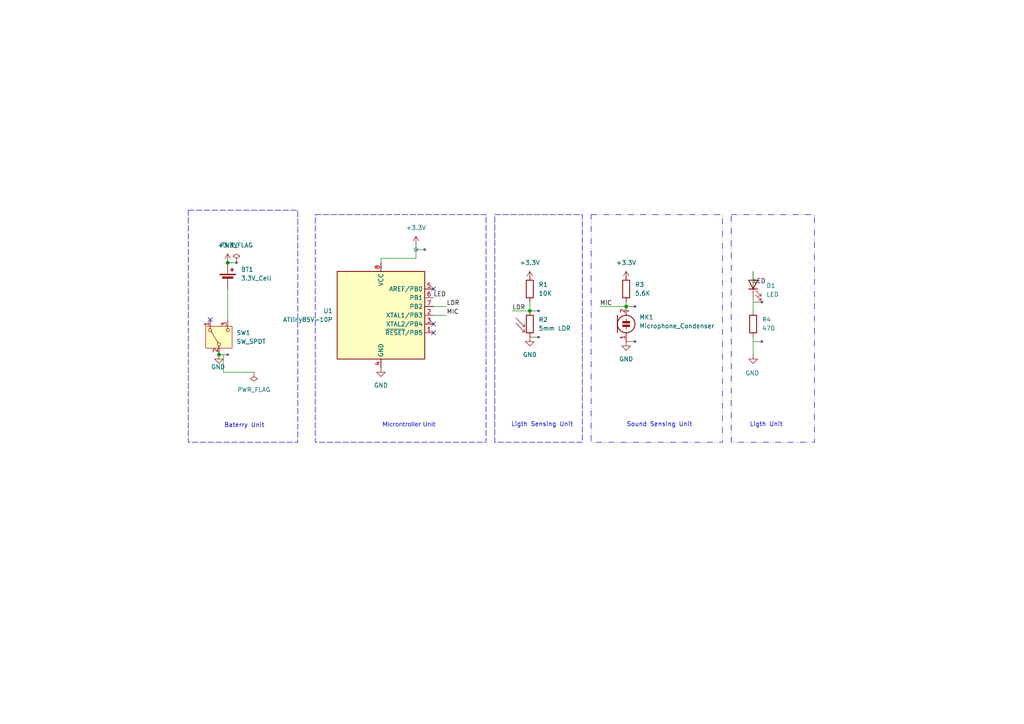
<source format=kicad_sch>
(kicad_sch
	(version 20231120)
	(generator "eeschema")
	(generator_version "8.0")
	(uuid "ec5974ff-0734-4c95-8dfc-5eb80c4309a2")
	(paper "A4")
	(title_block
		(title "titli0120")
		(date "2024-10-05")
		(rev "sestym")
	)
	(lib_symbols
		(symbol "Device:Battery_Cell"
			(pin_numbers hide)
			(pin_names
				(offset 0) hide)
			(exclude_from_sim no)
			(in_bom yes)
			(on_board yes)
			(property "Reference" "BT"
				(at 2.54 2.54 0)
				(effects
					(font
						(size 1.27 1.27)
					)
					(justify left)
				)
			)
			(property "Value" "Battery_Cell"
				(at 2.54 0 0)
				(effects
					(font
						(size 1.27 1.27)
					)
					(justify left)
				)
			)
			(property "Footprint" ""
				(at 0 1.524 90)
				(effects
					(font
						(size 1.27 1.27)
					)
					(hide yes)
				)
			)
			(property "Datasheet" "~"
				(at 0 1.524 90)
				(effects
					(font
						(size 1.27 1.27)
					)
					(hide yes)
				)
			)
			(property "Description" "Single-cell battery"
				(at 0 0 0)
				(effects
					(font
						(size 1.27 1.27)
					)
					(hide yes)
				)
			)
			(property "ki_keywords" "battery cell"
				(at 0 0 0)
				(effects
					(font
						(size 1.27 1.27)
					)
					(hide yes)
				)
			)
			(symbol "Battery_Cell_0_1"
				(rectangle
					(start -2.286 1.778)
					(end 2.286 1.524)
					(stroke
						(width 0)
						(type default)
					)
					(fill
						(type outline)
					)
				)
				(rectangle
					(start -1.524 1.016)
					(end 1.524 0.508)
					(stroke
						(width 0)
						(type default)
					)
					(fill
						(type outline)
					)
				)
				(polyline
					(pts
						(xy 0 0.762) (xy 0 0)
					)
					(stroke
						(width 0)
						(type default)
					)
					(fill
						(type none)
					)
				)
				(polyline
					(pts
						(xy 0 1.778) (xy 0 2.54)
					)
					(stroke
						(width 0)
						(type default)
					)
					(fill
						(type none)
					)
				)
				(polyline
					(pts
						(xy 0.762 3.048) (xy 1.778 3.048)
					)
					(stroke
						(width 0.254)
						(type default)
					)
					(fill
						(type none)
					)
				)
				(polyline
					(pts
						(xy 1.27 3.556) (xy 1.27 2.54)
					)
					(stroke
						(width 0.254)
						(type default)
					)
					(fill
						(type none)
					)
				)
			)
			(symbol "Battery_Cell_1_1"
				(pin passive line
					(at 0 5.08 270)
					(length 2.54)
					(name "+"
						(effects
							(font
								(size 1.27 1.27)
							)
						)
					)
					(number "1"
						(effects
							(font
								(size 1.27 1.27)
							)
						)
					)
				)
				(pin passive line
					(at 0 -2.54 90)
					(length 2.54)
					(name "-"
						(effects
							(font
								(size 1.27 1.27)
							)
						)
					)
					(number "2"
						(effects
							(font
								(size 1.27 1.27)
							)
						)
					)
				)
			)
		)
		(symbol "Device:LED"
			(pin_numbers hide)
			(pin_names
				(offset 1.016) hide)
			(exclude_from_sim no)
			(in_bom yes)
			(on_board yes)
			(property "Reference" "D"
				(at 0 2.54 0)
				(effects
					(font
						(size 1.27 1.27)
					)
				)
			)
			(property "Value" "LED"
				(at 0 -2.54 0)
				(effects
					(font
						(size 1.27 1.27)
					)
				)
			)
			(property "Footprint" ""
				(at 0 0 0)
				(effects
					(font
						(size 1.27 1.27)
					)
					(hide yes)
				)
			)
			(property "Datasheet" "~"
				(at 0 0 0)
				(effects
					(font
						(size 1.27 1.27)
					)
					(hide yes)
				)
			)
			(property "Description" "Light emitting diode"
				(at 0 0 0)
				(effects
					(font
						(size 1.27 1.27)
					)
					(hide yes)
				)
			)
			(property "ki_keywords" "LED diode"
				(at 0 0 0)
				(effects
					(font
						(size 1.27 1.27)
					)
					(hide yes)
				)
			)
			(property "ki_fp_filters" "LED* LED_SMD:* LED_THT:*"
				(at 0 0 0)
				(effects
					(font
						(size 1.27 1.27)
					)
					(hide yes)
				)
			)
			(symbol "LED_0_1"
				(polyline
					(pts
						(xy -1.27 -1.27) (xy -1.27 1.27)
					)
					(stroke
						(width 0.254)
						(type default)
					)
					(fill
						(type none)
					)
				)
				(polyline
					(pts
						(xy -1.27 0) (xy 1.27 0)
					)
					(stroke
						(width 0)
						(type default)
					)
					(fill
						(type none)
					)
				)
				(polyline
					(pts
						(xy 1.27 -1.27) (xy 1.27 1.27) (xy -1.27 0) (xy 1.27 -1.27)
					)
					(stroke
						(width 0.254)
						(type default)
					)
					(fill
						(type none)
					)
				)
				(polyline
					(pts
						(xy -3.048 -0.762) (xy -4.572 -2.286) (xy -3.81 -2.286) (xy -4.572 -2.286) (xy -4.572 -1.524)
					)
					(stroke
						(width 0)
						(type default)
					)
					(fill
						(type none)
					)
				)
				(polyline
					(pts
						(xy -1.778 -0.762) (xy -3.302 -2.286) (xy -2.54 -2.286) (xy -3.302 -2.286) (xy -3.302 -1.524)
					)
					(stroke
						(width 0)
						(type default)
					)
					(fill
						(type none)
					)
				)
			)
			(symbol "LED_1_1"
				(pin passive line
					(at -3.81 0 0)
					(length 2.54)
					(name "K"
						(effects
							(font
								(size 1.27 1.27)
							)
						)
					)
					(number "1"
						(effects
							(font
								(size 1.27 1.27)
							)
						)
					)
				)
				(pin passive line
					(at 3.81 0 180)
					(length 2.54)
					(name "A"
						(effects
							(font
								(size 1.27 1.27)
							)
						)
					)
					(number "2"
						(effects
							(font
								(size 1.27 1.27)
							)
						)
					)
				)
			)
		)
		(symbol "Device:Microphone_Condenser"
			(pin_names
				(offset 0.0254) hide)
			(exclude_from_sim no)
			(in_bom yes)
			(on_board yes)
			(property "Reference" "MK"
				(at -3.302 1.27 0)
				(effects
					(font
						(size 1.27 1.27)
					)
					(justify right)
				)
			)
			(property "Value" "Microphone_Condenser"
				(at -3.302 -0.635 0)
				(effects
					(font
						(size 1.27 1.27)
					)
					(justify right)
				)
			)
			(property "Footprint" ""
				(at 0 2.54 90)
				(effects
					(font
						(size 1.27 1.27)
					)
					(hide yes)
				)
			)
			(property "Datasheet" "~"
				(at 0 2.54 90)
				(effects
					(font
						(size 1.27 1.27)
					)
					(hide yes)
				)
			)
			(property "Description" "Condenser microphone"
				(at 0 0 0)
				(effects
					(font
						(size 1.27 1.27)
					)
					(hide yes)
				)
			)
			(property "ki_keywords" "capacitance condenser microphone"
				(at 0 0 0)
				(effects
					(font
						(size 1.27 1.27)
					)
					(hide yes)
				)
			)
			(symbol "Microphone_Condenser_0_1"
				(polyline
					(pts
						(xy -2.54 2.54) (xy -2.54 -2.54)
					)
					(stroke
						(width 0.254)
						(type default)
					)
					(fill
						(type none)
					)
				)
				(polyline
					(pts
						(xy 0 -0.762) (xy 0 -1.524)
					)
					(stroke
						(width 0)
						(type default)
					)
					(fill
						(type none)
					)
				)
				(polyline
					(pts
						(xy 0 0.762) (xy 0 1.524)
					)
					(stroke
						(width 0)
						(type default)
					)
					(fill
						(type none)
					)
				)
				(polyline
					(pts
						(xy 0.254 3.81) (xy 0.762 3.81)
					)
					(stroke
						(width 0)
						(type default)
					)
					(fill
						(type none)
					)
				)
				(polyline
					(pts
						(xy 0.508 4.064) (xy 0.508 3.556)
					)
					(stroke
						(width 0)
						(type default)
					)
					(fill
						(type none)
					)
				)
				(circle
					(center 0 0)
					(radius 2.54)
					(stroke
						(width 0.254)
						(type default)
					)
					(fill
						(type none)
					)
				)
				(rectangle
					(start 1.016 -0.254)
					(end -1.016 -0.762)
					(stroke
						(width 0)
						(type default)
					)
					(fill
						(type outline)
					)
				)
				(rectangle
					(start 1.016 0.762)
					(end -1.016 0.254)
					(stroke
						(width 0)
						(type default)
					)
					(fill
						(type outline)
					)
				)
			)
			(symbol "Microphone_Condenser_1_1"
				(pin passive line
					(at 0 -5.08 90)
					(length 2.54)
					(name "-"
						(effects
							(font
								(size 1.27 1.27)
							)
						)
					)
					(number "1"
						(effects
							(font
								(size 1.27 1.27)
							)
						)
					)
				)
				(pin passive line
					(at 0 5.08 270)
					(length 2.54)
					(name "+"
						(effects
							(font
								(size 1.27 1.27)
							)
						)
					)
					(number "2"
						(effects
							(font
								(size 1.27 1.27)
							)
						)
					)
				)
			)
		)
		(symbol "Device:R"
			(pin_numbers hide)
			(pin_names
				(offset 0)
			)
			(exclude_from_sim no)
			(in_bom yes)
			(on_board yes)
			(property "Reference" "R"
				(at 2.032 0 90)
				(effects
					(font
						(size 1.27 1.27)
					)
				)
			)
			(property "Value" "R"
				(at 0 0 90)
				(effects
					(font
						(size 1.27 1.27)
					)
				)
			)
			(property "Footprint" ""
				(at -1.778 0 90)
				(effects
					(font
						(size 1.27 1.27)
					)
					(hide yes)
				)
			)
			(property "Datasheet" "~"
				(at 0 0 0)
				(effects
					(font
						(size 1.27 1.27)
					)
					(hide yes)
				)
			)
			(property "Description" "Resistor"
				(at 0 0 0)
				(effects
					(font
						(size 1.27 1.27)
					)
					(hide yes)
				)
			)
			(property "ki_keywords" "R res resistor"
				(at 0 0 0)
				(effects
					(font
						(size 1.27 1.27)
					)
					(hide yes)
				)
			)
			(property "ki_fp_filters" "R_*"
				(at 0 0 0)
				(effects
					(font
						(size 1.27 1.27)
					)
					(hide yes)
				)
			)
			(symbol "R_0_1"
				(rectangle
					(start -1.016 -2.54)
					(end 1.016 2.54)
					(stroke
						(width 0.254)
						(type default)
					)
					(fill
						(type none)
					)
				)
			)
			(symbol "R_1_1"
				(pin passive line
					(at 0 3.81 270)
					(length 1.27)
					(name "~"
						(effects
							(font
								(size 1.27 1.27)
							)
						)
					)
					(number "1"
						(effects
							(font
								(size 1.27 1.27)
							)
						)
					)
				)
				(pin passive line
					(at 0 -3.81 90)
					(length 1.27)
					(name "~"
						(effects
							(font
								(size 1.27 1.27)
							)
						)
					)
					(number "2"
						(effects
							(font
								(size 1.27 1.27)
							)
						)
					)
				)
			)
		)
		(symbol "MCU_Microchip_ATtiny:ATtiny85V-10P"
			(exclude_from_sim no)
			(in_bom yes)
			(on_board yes)
			(property "Reference" "U"
				(at -12.7 13.97 0)
				(effects
					(font
						(size 1.27 1.27)
					)
					(justify left bottom)
				)
			)
			(property "Value" "ATtiny85V-10P"
				(at 2.54 -13.97 0)
				(effects
					(font
						(size 1.27 1.27)
					)
					(justify left top)
				)
			)
			(property "Footprint" "Package_DIP:DIP-8_W7.62mm"
				(at 0 0 0)
				(effects
					(font
						(size 1.27 1.27)
						(italic yes)
					)
					(hide yes)
				)
			)
			(property "Datasheet" "http://ww1.microchip.com/downloads/en/DeviceDoc/atmel-2586-avr-8-bit-microcontroller-attiny25-attiny45-attiny85_datasheet.pdf"
				(at 0 0 0)
				(effects
					(font
						(size 1.27 1.27)
					)
					(hide yes)
				)
			)
			(property "Description" "10MHz, 8kB Flash, 512B SRAM, 512B EEPROM, debugWIRE, DIP-8"
				(at 0 0 0)
				(effects
					(font
						(size 1.27 1.27)
					)
					(hide yes)
				)
			)
			(property "ki_keywords" "AVR 8bit Microcontroller tinyAVR"
				(at 0 0 0)
				(effects
					(font
						(size 1.27 1.27)
					)
					(hide yes)
				)
			)
			(property "ki_fp_filters" "DIP*W7.62mm*"
				(at 0 0 0)
				(effects
					(font
						(size 1.27 1.27)
					)
					(hide yes)
				)
			)
			(symbol "ATtiny85V-10P_0_1"
				(rectangle
					(start -12.7 -12.7)
					(end 12.7 12.7)
					(stroke
						(width 0.254)
						(type default)
					)
					(fill
						(type background)
					)
				)
			)
			(symbol "ATtiny85V-10P_1_1"
				(pin bidirectional line
					(at 15.24 -5.08 180)
					(length 2.54)
					(name "~{RESET}/PB5"
						(effects
							(font
								(size 1.27 1.27)
							)
						)
					)
					(number "1"
						(effects
							(font
								(size 1.27 1.27)
							)
						)
					)
				)
				(pin bidirectional line
					(at 15.24 0 180)
					(length 2.54)
					(name "XTAL1/PB3"
						(effects
							(font
								(size 1.27 1.27)
							)
						)
					)
					(number "2"
						(effects
							(font
								(size 1.27 1.27)
							)
						)
					)
				)
				(pin bidirectional line
					(at 15.24 -2.54 180)
					(length 2.54)
					(name "XTAL2/PB4"
						(effects
							(font
								(size 1.27 1.27)
							)
						)
					)
					(number "3"
						(effects
							(font
								(size 1.27 1.27)
							)
						)
					)
				)
				(pin power_in line
					(at 0 -15.24 90)
					(length 2.54)
					(name "GND"
						(effects
							(font
								(size 1.27 1.27)
							)
						)
					)
					(number "4"
						(effects
							(font
								(size 1.27 1.27)
							)
						)
					)
				)
				(pin bidirectional line
					(at 15.24 7.62 180)
					(length 2.54)
					(name "AREF/PB0"
						(effects
							(font
								(size 1.27 1.27)
							)
						)
					)
					(number "5"
						(effects
							(font
								(size 1.27 1.27)
							)
						)
					)
				)
				(pin bidirectional line
					(at 15.24 5.08 180)
					(length 2.54)
					(name "PB1"
						(effects
							(font
								(size 1.27 1.27)
							)
						)
					)
					(number "6"
						(effects
							(font
								(size 1.27 1.27)
							)
						)
					)
				)
				(pin bidirectional line
					(at 15.24 2.54 180)
					(length 2.54)
					(name "PB2"
						(effects
							(font
								(size 1.27 1.27)
							)
						)
					)
					(number "7"
						(effects
							(font
								(size 1.27 1.27)
							)
						)
					)
				)
				(pin power_in line
					(at 0 15.24 270)
					(length 2.54)
					(name "VCC"
						(effects
							(font
								(size 1.27 1.27)
							)
						)
					)
					(number "8"
						(effects
							(font
								(size 1.27 1.27)
							)
						)
					)
				)
			)
		)
		(symbol "Sensor_Optical:LDR03"
			(pin_numbers hide)
			(pin_names
				(offset 0)
			)
			(exclude_from_sim no)
			(in_bom yes)
			(on_board yes)
			(property "Reference" "R"
				(at -5.08 0 90)
				(effects
					(font
						(size 1.27 1.27)
					)
				)
			)
			(property "Value" "LDR03"
				(at 1.905 0 90)
				(effects
					(font
						(size 1.27 1.27)
					)
					(justify top)
				)
			)
			(property "Footprint" "OptoDevice:R_LDR_10x8.5mm_P7.6mm_Vertical"
				(at 4.445 0 90)
				(effects
					(font
						(size 1.27 1.27)
					)
					(hide yes)
				)
			)
			(property "Datasheet" "http://www.elektronica-componenten.nl/WebRoot/StoreNL/Shops/61422969/54F1/BA0C/C664/31B9/2173/C0A8/2AB9/2AEF/LDR03IMP.pdf"
				(at 0 -1.27 0)
				(effects
					(font
						(size 1.27 1.27)
					)
					(hide yes)
				)
			)
			(property "Description" "light dependent resistor"
				(at 0 0 0)
				(effects
					(font
						(size 1.27 1.27)
					)
					(hide yes)
				)
			)
			(property "ki_keywords" "light dependent photo resistor LDR"
				(at 0 0 0)
				(effects
					(font
						(size 1.27 1.27)
					)
					(hide yes)
				)
			)
			(property "ki_fp_filters" "R*LDR*10x8.5mm*P7.6mm*"
				(at 0 0 0)
				(effects
					(font
						(size 1.27 1.27)
					)
					(hide yes)
				)
			)
			(symbol "LDR03_0_1"
				(rectangle
					(start -1.016 2.54)
					(end 1.016 -2.54)
					(stroke
						(width 0.254)
						(type default)
					)
					(fill
						(type none)
					)
				)
				(polyline
					(pts
						(xy -1.524 -2.286) (xy -4.064 0.254)
					)
					(stroke
						(width 0)
						(type default)
					)
					(fill
						(type none)
					)
				)
				(polyline
					(pts
						(xy -1.524 -2.286) (xy -2.286 -2.286)
					)
					(stroke
						(width 0)
						(type default)
					)
					(fill
						(type none)
					)
				)
				(polyline
					(pts
						(xy -1.524 -2.286) (xy -1.524 -1.524)
					)
					(stroke
						(width 0)
						(type default)
					)
					(fill
						(type none)
					)
				)
				(polyline
					(pts
						(xy -1.524 -0.762) (xy -4.064 1.778)
					)
					(stroke
						(width 0)
						(type default)
					)
					(fill
						(type none)
					)
				)
				(polyline
					(pts
						(xy -1.524 -0.762) (xy -2.286 -0.762)
					)
					(stroke
						(width 0)
						(type default)
					)
					(fill
						(type none)
					)
				)
				(polyline
					(pts
						(xy -1.524 -0.762) (xy -1.524 0)
					)
					(stroke
						(width 0)
						(type default)
					)
					(fill
						(type none)
					)
				)
			)
			(symbol "LDR03_1_1"
				(pin passive line
					(at 0 3.81 270)
					(length 1.27)
					(name "~"
						(effects
							(font
								(size 1.27 1.27)
							)
						)
					)
					(number "1"
						(effects
							(font
								(size 1.27 1.27)
							)
						)
					)
				)
				(pin passive line
					(at 0 -3.81 90)
					(length 1.27)
					(name "~"
						(effects
							(font
								(size 1.27 1.27)
							)
						)
					)
					(number "2"
						(effects
							(font
								(size 1.27 1.27)
							)
						)
					)
				)
			)
		)
		(symbol "Switch:SW_SPDT"
			(pin_names
				(offset 0) hide)
			(exclude_from_sim no)
			(in_bom yes)
			(on_board yes)
			(property "Reference" "SW"
				(at 0 5.08 0)
				(effects
					(font
						(size 1.27 1.27)
					)
				)
			)
			(property "Value" "SW_SPDT"
				(at 0 -5.08 0)
				(effects
					(font
						(size 1.27 1.27)
					)
				)
			)
			(property "Footprint" ""
				(at 0 0 0)
				(effects
					(font
						(size 1.27 1.27)
					)
					(hide yes)
				)
			)
			(property "Datasheet" "~"
				(at 0 -7.62 0)
				(effects
					(font
						(size 1.27 1.27)
					)
					(hide yes)
				)
			)
			(property "Description" "Switch, single pole double throw"
				(at 0 0 0)
				(effects
					(font
						(size 1.27 1.27)
					)
					(hide yes)
				)
			)
			(property "ki_keywords" "switch single-pole double-throw spdt ON-ON"
				(at 0 0 0)
				(effects
					(font
						(size 1.27 1.27)
					)
					(hide yes)
				)
			)
			(symbol "SW_SPDT_0_1"
				(circle
					(center -2.032 0)
					(radius 0.4572)
					(stroke
						(width 0)
						(type default)
					)
					(fill
						(type none)
					)
				)
				(polyline
					(pts
						(xy -1.651 0.254) (xy 1.651 2.286)
					)
					(stroke
						(width 0)
						(type default)
					)
					(fill
						(type none)
					)
				)
				(circle
					(center 2.032 -2.54)
					(radius 0.4572)
					(stroke
						(width 0)
						(type default)
					)
					(fill
						(type none)
					)
				)
				(circle
					(center 2.032 2.54)
					(radius 0.4572)
					(stroke
						(width 0)
						(type default)
					)
					(fill
						(type none)
					)
				)
			)
			(symbol "SW_SPDT_1_1"
				(rectangle
					(start -3.175 3.81)
					(end 3.175 -3.81)
					(stroke
						(width 0)
						(type default)
					)
					(fill
						(type background)
					)
				)
				(pin passive line
					(at 5.08 2.54 180)
					(length 2.54)
					(name "A"
						(effects
							(font
								(size 1.27 1.27)
							)
						)
					)
					(number "1"
						(effects
							(font
								(size 1.27 1.27)
							)
						)
					)
				)
				(pin passive line
					(at -5.08 0 0)
					(length 2.54)
					(name "B"
						(effects
							(font
								(size 1.27 1.27)
							)
						)
					)
					(number "2"
						(effects
							(font
								(size 1.27 1.27)
							)
						)
					)
				)
				(pin passive line
					(at 5.08 -2.54 180)
					(length 2.54)
					(name "C"
						(effects
							(font
								(size 1.27 1.27)
							)
						)
					)
					(number "3"
						(effects
							(font
								(size 1.27 1.27)
							)
						)
					)
				)
			)
		)
		(symbol "power:+3.3V"
			(power)
			(pin_numbers hide)
			(pin_names
				(offset 0) hide)
			(exclude_from_sim no)
			(in_bom yes)
			(on_board yes)
			(property "Reference" "#PWR"
				(at 0 -3.81 0)
				(effects
					(font
						(size 1.27 1.27)
					)
					(hide yes)
				)
			)
			(property "Value" "+3.3V"
				(at 0 3.556 0)
				(effects
					(font
						(size 1.27 1.27)
					)
				)
			)
			(property "Footprint" ""
				(at 0 0 0)
				(effects
					(font
						(size 1.27 1.27)
					)
					(hide yes)
				)
			)
			(property "Datasheet" ""
				(at 0 0 0)
				(effects
					(font
						(size 1.27 1.27)
					)
					(hide yes)
				)
			)
			(property "Description" "Power symbol creates a global label with name \"+3.3V\""
				(at 0 0 0)
				(effects
					(font
						(size 1.27 1.27)
					)
					(hide yes)
				)
			)
			(property "ki_keywords" "global power"
				(at 0 0 0)
				(effects
					(font
						(size 1.27 1.27)
					)
					(hide yes)
				)
			)
			(symbol "+3.3V_0_1"
				(polyline
					(pts
						(xy -0.762 1.27) (xy 0 2.54)
					)
					(stroke
						(width 0)
						(type default)
					)
					(fill
						(type none)
					)
				)
				(polyline
					(pts
						(xy 0 0) (xy 0 2.54)
					)
					(stroke
						(width 0)
						(type default)
					)
					(fill
						(type none)
					)
				)
				(polyline
					(pts
						(xy 0 2.54) (xy 0.762 1.27)
					)
					(stroke
						(width 0)
						(type default)
					)
					(fill
						(type none)
					)
				)
			)
			(symbol "+3.3V_1_1"
				(pin power_in line
					(at 0 0 90)
					(length 0)
					(name "~"
						(effects
							(font
								(size 1.27 1.27)
							)
						)
					)
					(number "1"
						(effects
							(font
								(size 1.27 1.27)
							)
						)
					)
				)
			)
		)
		(symbol "power:GND"
			(power)
			(pin_numbers hide)
			(pin_names
				(offset 0) hide)
			(exclude_from_sim no)
			(in_bom yes)
			(on_board yes)
			(property "Reference" "#PWR"
				(at 0 -6.35 0)
				(effects
					(font
						(size 1.27 1.27)
					)
					(hide yes)
				)
			)
			(property "Value" "GND"
				(at 0 -3.81 0)
				(effects
					(font
						(size 1.27 1.27)
					)
				)
			)
			(property "Footprint" ""
				(at 0 0 0)
				(effects
					(font
						(size 1.27 1.27)
					)
					(hide yes)
				)
			)
			(property "Datasheet" ""
				(at 0 0 0)
				(effects
					(font
						(size 1.27 1.27)
					)
					(hide yes)
				)
			)
			(property "Description" "Power symbol creates a global label with name \"GND\" , ground"
				(at 0 0 0)
				(effects
					(font
						(size 1.27 1.27)
					)
					(hide yes)
				)
			)
			(property "ki_keywords" "global power"
				(at 0 0 0)
				(effects
					(font
						(size 1.27 1.27)
					)
					(hide yes)
				)
			)
			(symbol "GND_0_1"
				(polyline
					(pts
						(xy 0 0) (xy 0 -1.27) (xy 1.27 -1.27) (xy 0 -2.54) (xy -1.27 -1.27) (xy 0 -1.27)
					)
					(stroke
						(width 0)
						(type default)
					)
					(fill
						(type none)
					)
				)
			)
			(symbol "GND_1_1"
				(pin power_in line
					(at 0 0 270)
					(length 0)
					(name "~"
						(effects
							(font
								(size 1.27 1.27)
							)
						)
					)
					(number "1"
						(effects
							(font
								(size 1.27 1.27)
							)
						)
					)
				)
			)
		)
		(symbol "power:PWR_FLAG"
			(power)
			(pin_numbers hide)
			(pin_names
				(offset 0) hide)
			(exclude_from_sim no)
			(in_bom yes)
			(on_board yes)
			(property "Reference" "#FLG"
				(at 0 1.905 0)
				(effects
					(font
						(size 1.27 1.27)
					)
					(hide yes)
				)
			)
			(property "Value" "PWR_FLAG"
				(at 0 3.81 0)
				(effects
					(font
						(size 1.27 1.27)
					)
				)
			)
			(property "Footprint" ""
				(at 0 0 0)
				(effects
					(font
						(size 1.27 1.27)
					)
					(hide yes)
				)
			)
			(property "Datasheet" "~"
				(at 0 0 0)
				(effects
					(font
						(size 1.27 1.27)
					)
					(hide yes)
				)
			)
			(property "Description" "Special symbol for telling ERC where power comes from"
				(at 0 0 0)
				(effects
					(font
						(size 1.27 1.27)
					)
					(hide yes)
				)
			)
			(property "ki_keywords" "flag power"
				(at 0 0 0)
				(effects
					(font
						(size 1.27 1.27)
					)
					(hide yes)
				)
			)
			(symbol "PWR_FLAG_0_0"
				(pin power_out line
					(at 0 0 90)
					(length 0)
					(name "~"
						(effects
							(font
								(size 1.27 1.27)
							)
						)
					)
					(number "1"
						(effects
							(font
								(size 1.27 1.27)
							)
						)
					)
				)
			)
			(symbol "PWR_FLAG_0_1"
				(polyline
					(pts
						(xy 0 0) (xy 0 1.27) (xy -1.016 1.905) (xy 0 2.54) (xy 1.016 1.905) (xy 0 1.27)
					)
					(stroke
						(width 0)
						(type default)
					)
					(fill
						(type none)
					)
				)
			)
		)
	)
	(junction
		(at 181.61 88.9)
		(diameter 0)
		(color 0 0 0 0)
		(uuid "837bc329-16ae-40cf-a947-4ec6c69fab20")
	)
	(junction
		(at 153.67 90.17)
		(diameter 0)
		(color 0 0 0 0)
		(uuid "a126252d-79ae-40a9-8af1-d7ecdd42de42")
	)
	(junction
		(at 66.04 76.2)
		(diameter 0)
		(color 0 0 0 0)
		(uuid "a5c66161-e16e-4721-a78e-a7046d30381c")
	)
	(junction
		(at 63.5 102.87)
		(diameter 0)
		(color 0 0 0 0)
		(uuid "e7280c0f-7f8d-4781-9771-621517021b08")
	)
	(no_connect
		(at 125.73 96.52)
		(uuid "0d819dca-32bf-480b-bbe4-b9703b725d3d")
	)
	(no_connect
		(at 60.96 92.71)
		(uuid "52578648-7b34-4cd7-8fd0-18a289b481aa")
	)
	(no_connect
		(at 125.73 93.98)
		(uuid "749737d9-76d2-4850-9606-4b56cb4e5154")
	)
	(no_connect
		(at 125.73 83.82)
		(uuid "9ec2f347-f166-4e5f-968d-53afd255d8d2")
	)
	(wire
		(pts
			(xy 64.77 102.87) (xy 63.5 102.87)
		)
		(stroke
			(width 0)
			(type default)
		)
		(uuid "0630201d-438b-4c7c-bb7a-3767071245cd")
	)
	(wire
		(pts
			(xy 68.58 76.2) (xy 66.04 76.2)
		)
		(stroke
			(width 0)
			(type default)
		)
		(uuid "0f8b3f00-105c-48c1-936f-eb08456bfb1d")
	)
	(wire
		(pts
			(xy 181.61 87.63) (xy 181.61 88.9)
		)
		(stroke
			(width 0)
			(type default)
		)
		(uuid "2bbf84e9-81dc-492b-b04f-88e95be6c0c8")
	)
	(wire
		(pts
			(xy 218.44 78.74) (xy 218.44 82.55)
		)
		(stroke
			(width 0)
			(type default)
		)
		(uuid "2c668b5c-338f-4357-80b9-78c7ae3dcaa9")
	)
	(wire
		(pts
			(xy 66.04 83.82) (xy 66.04 92.71)
		)
		(stroke
			(width 0)
			(type default)
		)
		(uuid "3abb40a3-4278-4625-b10f-6f6f01bafaa9")
	)
	(wire
		(pts
			(xy 110.49 74.93) (xy 110.49 76.2)
		)
		(stroke
			(width 0)
			(type default)
		)
		(uuid "56e517db-6b18-4160-966d-7b246e31e598")
	)
	(wire
		(pts
			(xy 148.59 90.17) (xy 153.67 90.17)
		)
		(stroke
			(width 0)
			(type default)
		)
		(uuid "65f27b91-70b5-4c71-9e1d-c9fdf479b710")
	)
	(wire
		(pts
			(xy 153.67 87.63) (xy 153.67 90.17)
		)
		(stroke
			(width 0)
			(type default)
		)
		(uuid "904aaaae-bdbc-4ad4-8b38-a7bac922453a")
	)
	(wire
		(pts
			(xy 64.77 107.95) (xy 73.66 107.95)
		)
		(stroke
			(width 0)
			(type default)
		)
		(uuid "9d343266-64c7-4c47-b427-1ce93b00b562")
	)
	(wire
		(pts
			(xy 173.99 88.9) (xy 181.61 88.9)
		)
		(stroke
			(width 0)
			(type default)
		)
		(uuid "a319447e-68d0-4982-b655-bfcfb4308126")
	)
	(wire
		(pts
			(xy 64.77 102.87) (xy 64.77 107.95)
		)
		(stroke
			(width 0)
			(type default)
		)
		(uuid "afaf5678-0474-43d4-8da1-0ff2d3754707")
	)
	(wire
		(pts
			(xy 218.44 86.36) (xy 218.44 90.17)
		)
		(stroke
			(width 0)
			(type default)
		)
		(uuid "c133d8f9-6ee7-4f93-becf-5aede11b9f3b")
	)
	(wire
		(pts
			(xy 120.65 71.12) (xy 120.65 74.93)
		)
		(stroke
			(width 0)
			(type default)
		)
		(uuid "c5ec04c7-d4c8-458e-8225-63e27a884b77")
	)
	(wire
		(pts
			(xy 129.54 91.44) (xy 125.73 91.44)
		)
		(stroke
			(width 0)
			(type default)
		)
		(uuid "c5f004c3-8381-4e4b-987a-e9e7d45fd3a8")
	)
	(wire
		(pts
			(xy 181.61 80.01) (xy 181.61 81.28)
		)
		(stroke
			(width 0)
			(type default)
		)
		(uuid "d4fcde98-e8f2-433e-a49f-19e449f0e641")
	)
	(wire
		(pts
			(xy 153.67 80.01) (xy 153.67 81.28)
		)
		(stroke
			(width 0)
			(type default)
		)
		(uuid "ea131b56-543f-4890-8c84-963f734c36ff")
	)
	(wire
		(pts
			(xy 110.49 74.93) (xy 120.65 74.93)
		)
		(stroke
			(width 0)
			(type default)
		)
		(uuid "f3055ccb-4323-4546-a0b7-f49db0837e3a")
	)
	(wire
		(pts
			(xy 129.54 88.9) (xy 125.73 88.9)
		)
		(stroke
			(width 0)
			(type default)
		)
		(uuid "f32a7a27-2489-4914-ad1c-280ac70f4855")
	)
	(wire
		(pts
			(xy 218.44 97.79) (xy 218.44 102.87)
		)
		(stroke
			(width 0)
			(type default)
		)
		(uuid "fad9a81e-7504-430c-ba9b-0997890f7d77")
	)
	(rectangle
		(start 212.09 62.23)
		(end 236.22 128.27)
		(stroke
			(width 0)
			(type dash_dot_dot)
		)
		(fill
			(type none)
		)
		(uuid 35e39baf-b69b-4ba0-bc14-06d648fbe010)
	)
	(rectangle
		(start 171.45 62.23)
		(end 209.55 128.27)
		(stroke
			(width 0)
			(type dash_dot_dot)
		)
		(fill
			(type none)
		)
		(uuid 3c99e41e-0217-4acc-b047-3659432beb28)
	)
	(rectangle
		(start 143.51 62.23)
		(end 168.91 128.27)
		(stroke
			(width 0)
			(type dash)
		)
		(fill
			(type none)
		)
		(uuid 4d75890a-c67a-43b7-be73-5af34d6234ba)
	)
	(rectangle
		(start 54.61 60.96)
		(end 86.36 128.27)
		(stroke
			(width 0)
			(type dash)
		)
		(fill
			(type none)
		)
		(uuid 5dafd359-0e50-40db-b29a-df728db13380)
	)
	(rectangle
		(start 91.44 62.23)
		(end 140.97 128.27)
		(stroke
			(width 0)
			(type dash)
		)
		(fill
			(type none)
		)
		(uuid ca447df1-0b53-476e-8cb1-6c73a82a8203)
	)
	(text "Sound Sensing Unit"
		(exclude_from_sim no)
		(at 191.262 123.19 0)
		(effects
			(font
				(size 1.27 1.27)
			)
		)
		(uuid "0eb0afea-bd04-4b5f-a061-089460176d8f")
	)
	(text "Baterry Unit"
		(exclude_from_sim no)
		(at 70.866 123.444 0)
		(effects
			(font
				(size 1.27 1.27)
			)
		)
		(uuid "1f4813b9-ea78-4c34-9886-9dcb8adfbf35")
	)
	(text "Microntroller Unit"
		(exclude_from_sim no)
		(at 118.618 123.698 0)
		(effects
			(font
				(face "Lucida Console")
				(size 1.27 1.27)
			)
		)
		(uuid "23ee43c2-67d0-4d48-a935-d19ffed04fd5")
	)
	(text "Ligth Unit"
		(exclude_from_sim no)
		(at 222.25 123.19 0)
		(effects
			(font
				(size 1.27 1.27)
			)
		)
		(uuid "6c60fe60-d794-45da-960c-1835edf31d21")
	)
	(text "Ligth Sensing Unit"
		(exclude_from_sim no)
		(at 157.226 123.19 0)
		(effects
			(font
				(size 1.27 1.27)
			)
		)
		(uuid "a41f798f-9240-4668-b6bb-4f68cc721a2e")
	)
	(label "LDR"
		(at 129.54 88.9 0)
		(fields_autoplaced yes)
		(effects
			(font
				(size 1.27 1.27)
			)
			(justify left bottom)
		)
		(uuid "010650d1-07a7-4de2-b5a5-482f4127e718")
	)
	(label "MIC"
		(at 173.99 88.9 0)
		(fields_autoplaced yes)
		(effects
			(font
				(size 1.27 1.27)
			)
			(justify left bottom)
		)
		(uuid "1e6ac817-533a-4aa9-933e-0e3331469d46")
	)
	(label "MIC"
		(at 129.54 91.44 0)
		(fields_autoplaced yes)
		(effects
			(font
				(size 1.27 1.27)
			)
			(justify left bottom)
		)
		(uuid "2733697b-f49c-49a1-b07f-a3f51f4cea25")
	)
	(label "LED"
		(at 125.73 86.36 0)
		(fields_autoplaced yes)
		(effects
			(font
				(size 1.27 1.27)
			)
			(justify left bottom)
		)
		(uuid "34b77f27-5e0b-4c37-9b65-982f4ef33d1c")
	)
	(label "LED"
		(at 218.44 82.55 0)
		(fields_autoplaced yes)
		(effects
			(font
				(size 1.27 1.27)
			)
			(justify left bottom)
		)
		(uuid "8c8880fd-a008-4f6c-af94-4223a0bc5ec4")
	)
	(label "LDR"
		(at 148.59 90.17 0)
		(fields_autoplaced yes)
		(effects
			(font
				(size 1.27 1.27)
			)
			(justify left bottom)
		)
		(uuid "d6c8b9c6-f7a6-432b-9c4a-030c0192928a")
	)
	(netclass_flag ""
		(length 2.54)
		(shape dot)
		(at 181.61 99.06 270)
		(fields_autoplaced yes)
		(effects
			(font
				(size 1.27 1.27)
			)
			(justify right bottom)
		)
		(uuid "340b4eac-2051-43a3-a968-c765c8fcbb9c")
		(property "power" ""
			(at 184.15 98.3615 90)
			(effects
				(font
					(size 1.27 1.27)
					(italic yes)
				)
				(justify left)
			)
		)
	)
	(netclass_flag ""
		(length 0.0127)
		(shape round)
		(at 120.65 72.39 0)
		(fields_autoplaced yes)
		(effects
			(font
				(size 1.27 1.27)
			)
			(justify left bottom)
		)
		(uuid "357f3864-0fc1-4363-b5e8-aa7e19ce2e47")
		(property "power" ""
			(at 121.3485 72.3773 0)
			(effects
				(font
					(size 1.27 1.27)
					(italic yes)
				)
				(justify left)
			)
		)
	)
	(netclass_flag ""
		(length 2.54)
		(shape dot)
		(at 63.5 102.87 270)
		(fields_autoplaced yes)
		(effects
			(font
				(size 1.27 1.27)
			)
			(justify right bottom)
		)
		(uuid "3afe48cd-11e5-4e99-94d9-634c764ba395")
		(property "power" ""
			(at 66.04 102.1715 90)
			(effects
				(font
					(size 1.27 1.27)
					(italic yes)
				)
				(justify left)
			)
		)
	)
	(netclass_flag ""
		(length 2.54)
		(shape dot)
		(at 181.61 88.9 270)
		(fields_autoplaced yes)
		(effects
			(font
				(size 1.27 1.27)
			)
			(justify right bottom)
		)
		(uuid "75cb6487-82f8-4a36-b0d6-9dece99964d2")
		(property "signal" ""
			(at 184.15 88.2015 90)
			(effects
				(font
					(size 1.27 1.27)
					(italic yes)
				)
				(justify left)
			)
		)
	)
	(netclass_flag ""
		(length 2.54)
		(shape dot)
		(at 218.44 87.63 270)
		(fields_autoplaced yes)
		(effects
			(font
				(size 1.27 1.27)
			)
			(justify right bottom)
		)
		(uuid "7fb1cce2-ed41-4c97-9faa-d2521d752f7f")
		(property "signal" ""
			(at 220.98 86.9315 90)
			(effects
				(font
					(size 1.27 1.27)
					(italic yes)
				)
				(justify left)
			)
		)
	)
	(netclass_flag ""
		(length 2.54)
		(shape dot)
		(at 153.67 90.17 270)
		(fields_autoplaced yes)
		(effects
			(font
				(size 1.27 1.27)
			)
			(justify right bottom)
		)
		(uuid "916191f0-4b3f-495f-a0f4-e38a0946f663")
		(property "signal" ""
			(at 156.21 89.4715 90)
			(effects
				(font
					(size 1.27 1.27)
					(italic yes)
				)
				(justify left)
			)
		)
	)
	(netclass_flag ""
		(length 2.54)
		(shape dot)
		(at 66.04 76.2 270)
		(fields_autoplaced yes)
		(effects
			(font
				(size 1.27 1.27)
			)
			(justify right bottom)
		)
		(uuid "9882c84f-8cfb-45b8-bd3d-86221b755604")
		(property "power" ""
			(at 68.58 75.5015 90)
			(effects
				(font
					(size 1.27 1.27)
					(italic yes)
				)
				(justify left)
			)
		)
	)
	(netclass_flag ""
		(length 2.54)
		(shape dot)
		(at 218.44 99.06 270)
		(fields_autoplaced yes)
		(effects
			(font
				(size 1.27 1.27)
			)
			(justify right bottom)
		)
		(uuid "a2c20f7c-51f3-4b48-818b-5484c2cca9d2")
		(property "power" ""
			(at 220.98 98.3615 90)
			(effects
				(font
					(size 1.27 1.27)
					(italic yes)
				)
				(justify left)
			)
		)
	)
	(netclass_flag ""
		(length 2.54)
		(shape dot)
		(at 120.65 72.39 270)
		(fields_autoplaced yes)
		(effects
			(font
				(size 1.27 1.27)
			)
			(justify right bottom)
		)
		(uuid "aa9cfb42-dc0b-4879-9863-0e814fa8b0dd")
		(property "power" ""
			(at 123.19 71.6915 90)
			(effects
				(font
					(size 1.27 1.27)
					(italic yes)
				)
				(justify left)
			)
		)
	)
	(netclass_flag ""
		(length 2.54)
		(shape dot)
		(at 153.67 97.79 270)
		(fields_autoplaced yes)
		(effects
			(font
				(size 1.27 1.27)
			)
			(justify right bottom)
		)
		(uuid "c2d93a60-74fb-4909-9325-fde4f800dc77")
		(property "power" ""
			(at 156.21 97.0915 90)
			(effects
				(font
					(size 1.27 1.27)
					(italic yes)
				)
				(justify left)
			)
		)
	)
	(symbol
		(lib_id "power:+3.3V")
		(at 153.67 81.28 0)
		(unit 1)
		(exclude_from_sim no)
		(in_bom yes)
		(on_board yes)
		(dnp no)
		(fields_autoplaced yes)
		(uuid "09296984-5e85-47db-870b-094b1f54bfce")
		(property "Reference" "#PWR05"
			(at 153.67 85.09 0)
			(effects
				(font
					(size 1.27 1.27)
				)
				(hide yes)
			)
		)
		(property "Value" "+3.3V"
			(at 153.67 76.2 0)
			(effects
				(font
					(size 1.27 1.27)
				)
			)
		)
		(property "Footprint" ""
			(at 153.67 81.28 0)
			(effects
				(font
					(size 1.27 1.27)
				)
				(hide yes)
			)
		)
		(property "Datasheet" ""
			(at 153.67 81.28 0)
			(effects
				(font
					(size 1.27 1.27)
				)
				(hide yes)
			)
		)
		(property "Description" "Power symbol creates a global label with name \"+3.3V\""
			(at 153.67 81.28 0)
			(effects
				(font
					(size 1.27 1.27)
				)
				(hide yes)
			)
		)
		(pin "1"
			(uuid "4cee839f-b49d-4500-bba7-ddbeba4171d9")
		)
		(instances
			(project "dot120"
				(path "/ec5974ff-0734-4c95-8dfc-5eb80c4309a2"
					(reference "#PWR05")
					(unit 1)
				)
			)
		)
	)
	(symbol
		(lib_id "Device:R")
		(at 218.44 93.98 0)
		(unit 1)
		(exclude_from_sim no)
		(in_bom yes)
		(on_board yes)
		(dnp no)
		(fields_autoplaced yes)
		(uuid "09cdfea3-813b-40e8-ae02-640472c5e59b")
		(property "Reference" "R4"
			(at 220.98 92.7099 0)
			(effects
				(font
					(size 1.27 1.27)
				)
				(justify left)
			)
		)
		(property "Value" "470"
			(at 220.98 95.2499 0)
			(effects
				(font
					(size 1.27 1.27)
				)
				(justify left)
			)
		)
		(property "Footprint" "Resistor_THT:R_Axial_DIN0207_L6.3mm_D2.5mm_P10.16mm_Horizontal"
			(at 216.662 93.98 90)
			(effects
				(font
					(size 1.27 1.27)
				)
				(hide yes)
			)
		)
		(property "Datasheet" "~"
			(at 218.44 93.98 0)
			(effects
				(font
					(size 1.27 1.27)
				)
				(hide yes)
			)
		)
		(property "Description" "Resistor"
			(at 218.44 93.98 0)
			(effects
				(font
					(size 1.27 1.27)
				)
				(hide yes)
			)
		)
		(pin "2"
			(uuid "cc0ce790-3ac2-4079-a7bc-dd2214ec17ba")
		)
		(pin "1"
			(uuid "96ef72b4-9f2a-48ba-aa2d-c83af76dd01f")
		)
		(instances
			(project "dot120"
				(path "/ec5974ff-0734-4c95-8dfc-5eb80c4309a2"
					(reference "R4")
					(unit 1)
				)
			)
		)
	)
	(symbol
		(lib_id "power:GND")
		(at 110.49 106.68 0)
		(unit 1)
		(exclude_from_sim no)
		(in_bom yes)
		(on_board yes)
		(dnp no)
		(fields_autoplaced yes)
		(uuid "17178879-4a10-42ff-8f45-d0aff95f693e")
		(property "Reference" "#PWR03"
			(at 110.49 113.03 0)
			(effects
				(font
					(size 1.27 1.27)
				)
				(hide yes)
			)
		)
		(property "Value" "GND"
			(at 110.49 111.76 0)
			(effects
				(font
					(size 1.27 1.27)
				)
			)
		)
		(property "Footprint" ""
			(at 110.49 106.68 0)
			(effects
				(font
					(size 1.27 1.27)
				)
				(hide yes)
			)
		)
		(property "Datasheet" ""
			(at 110.49 106.68 0)
			(effects
				(font
					(size 1.27 1.27)
				)
				(hide yes)
			)
		)
		(property "Description" "Power symbol creates a global label with name \"GND\" , ground"
			(at 110.49 106.68 0)
			(effects
				(font
					(size 1.27 1.27)
				)
				(hide yes)
			)
		)
		(pin "1"
			(uuid "e8598793-7e68-4587-b3ff-450864cabd00")
		)
		(instances
			(project "dot120"
				(path "/ec5974ff-0734-4c95-8dfc-5eb80c4309a2"
					(reference "#PWR03")
					(unit 1)
				)
			)
		)
	)
	(symbol
		(lib_id "MCU_Microchip_ATtiny:ATtiny85V-10P")
		(at 110.49 91.44 0)
		(unit 1)
		(exclude_from_sim no)
		(in_bom yes)
		(on_board yes)
		(dnp no)
		(fields_autoplaced yes)
		(uuid "2010fa8c-fc3f-4221-94c0-a164f85a9ab2")
		(property "Reference" "U1"
			(at 96.52 90.1699 0)
			(effects
				(font
					(size 1.27 1.27)
				)
				(justify right)
			)
		)
		(property "Value" "ATtiny85V-10P"
			(at 96.52 92.7099 0)
			(effects
				(font
					(size 1.27 1.27)
				)
				(justify right)
			)
		)
		(property "Footprint" "Package_DIP:DIP-8_W7.62mm"
			(at 110.49 91.44 0)
			(effects
				(font
					(size 1.27 1.27)
					(italic yes)
				)
				(hide yes)
			)
		)
		(property "Datasheet" "http://ww1.microchip.com/downloads/en/DeviceDoc/atmel-2586-avr-8-bit-microcontroller-attiny25-attiny45-attiny85_datasheet.pdf"
			(at 110.49 91.44 0)
			(effects
				(font
					(size 1.27 1.27)
				)
				(hide yes)
			)
		)
		(property "Description" "10MHz, 8kB Flash, 512B SRAM, 512B EEPROM, debugWIRE, DIP-8"
			(at 110.49 91.44 0)
			(effects
				(font
					(size 1.27 1.27)
				)
				(hide yes)
			)
		)
		(pin "5"
			(uuid "a1d4ef92-7733-40dc-9764-f2135078a8ac")
		)
		(pin "6"
			(uuid "114e415a-8107-43a5-b875-782bb75b6c66")
		)
		(pin "4"
			(uuid "f1e1b6c4-2746-4c17-881f-568ee7400c72")
		)
		(pin "7"
			(uuid "336e44a1-46dc-4dbe-8a48-c306f2dcd916")
		)
		(pin "1"
			(uuid "93c63805-17f0-4679-813c-f5acf2c7c543")
		)
		(pin "2"
			(uuid "e243514d-d2c9-459a-8ec1-e50d59f63e3b")
		)
		(pin "8"
			(uuid "0d70c9dc-7a8a-43b0-960c-56790196dfda")
		)
		(pin "3"
			(uuid "16518012-0395-4d2b-aa26-34271b8eae08")
		)
		(instances
			(project "dot120"
				(path "/ec5974ff-0734-4c95-8dfc-5eb80c4309a2"
					(reference "U1")
					(unit 1)
				)
			)
		)
	)
	(symbol
		(lib_id "power:+3.3V")
		(at 120.65 71.12 0)
		(unit 1)
		(exclude_from_sim no)
		(in_bom yes)
		(on_board yes)
		(dnp no)
		(fields_autoplaced yes)
		(uuid "27087166-f9af-483a-9fad-be7d7dd56a78")
		(property "Reference" "#PWR04"
			(at 120.65 74.93 0)
			(effects
				(font
					(size 1.27 1.27)
				)
				(hide yes)
			)
		)
		(property "Value" "+3.3V"
			(at 120.65 66.04 0)
			(effects
				(font
					(size 1.27 1.27)
				)
			)
		)
		(property "Footprint" ""
			(at 120.65 71.12 0)
			(effects
				(font
					(size 1.27 1.27)
				)
				(hide yes)
			)
		)
		(property "Datasheet" ""
			(at 120.65 71.12 0)
			(effects
				(font
					(size 1.27 1.27)
				)
				(hide yes)
			)
		)
		(property "Description" "Power symbol creates a global label with name \"+3.3V\""
			(at 120.65 71.12 0)
			(effects
				(font
					(size 1.27 1.27)
				)
				(hide yes)
			)
		)
		(pin "1"
			(uuid "936babf1-4c10-434e-b042-26f33ce2f28c")
		)
		(instances
			(project "dot120"
				(path "/ec5974ff-0734-4c95-8dfc-5eb80c4309a2"
					(reference "#PWR04")
					(unit 1)
				)
			)
		)
	)
	(symbol
		(lib_id "Switch:SW_SPDT")
		(at 63.5 97.79 90)
		(unit 1)
		(exclude_from_sim no)
		(in_bom yes)
		(on_board yes)
		(dnp no)
		(fields_autoplaced yes)
		(uuid "29b310e9-8014-4f6c-a551-f19cb9b46fa8")
		(property "Reference" "SW1"
			(at 68.58 96.5199 90)
			(effects
				(font
					(size 1.27 1.27)
				)
				(justify right)
			)
		)
		(property "Value" "SW_SPDT"
			(at 68.58 99.0599 90)
			(effects
				(font
					(size 1.27 1.27)
				)
				(justify right)
			)
		)
		(property "Footprint" "Button_Switch_THT:SW_Slide_SPDT_Straight_CK_OS102011MS2Q"
			(at 63.5 97.79 0)
			(effects
				(font
					(size 1.27 1.27)
				)
				(hide yes)
			)
		)
		(property "Datasheet" "~"
			(at 71.12 97.79 0)
			(effects
				(font
					(size 1.27 1.27)
				)
				(hide yes)
			)
		)
		(property "Description" "Switch, single pole double throw"
			(at 63.5 97.79 0)
			(effects
				(font
					(size 1.27 1.27)
				)
				(hide yes)
			)
		)
		(pin "1"
			(uuid "3f9dae33-6fed-47b3-b308-ed409b63dfe7")
		)
		(pin "3"
			(uuid "131291ab-4b24-4533-9656-456ad7e23a7e")
		)
		(pin "2"
			(uuid "471e1dbe-3c37-4eed-989d-98daef7b1c7c")
		)
		(instances
			(project "dot120"
				(path "/ec5974ff-0734-4c95-8dfc-5eb80c4309a2"
					(reference "SW1")
					(unit 1)
				)
			)
		)
	)
	(symbol
		(lib_id "power:PWR_FLAG")
		(at 73.66 107.95 180)
		(unit 1)
		(exclude_from_sim no)
		(in_bom yes)
		(on_board yes)
		(dnp no)
		(fields_autoplaced yes)
		(uuid "379396b5-a3d7-4b99-a280-767373702439")
		(property "Reference" "#FLG02"
			(at 73.66 109.855 0)
			(effects
				(font
					(size 1.27 1.27)
				)
				(hide yes)
			)
		)
		(property "Value" "PWR_FLAG"
			(at 73.66 113.03 0)
			(effects
				(font
					(size 1.27 1.27)
				)
			)
		)
		(property "Footprint" ""
			(at 73.66 107.95 0)
			(effects
				(font
					(size 1.27 1.27)
				)
				(hide yes)
			)
		)
		(property "Datasheet" "~"
			(at 73.66 107.95 0)
			(effects
				(font
					(size 1.27 1.27)
				)
				(hide yes)
			)
		)
		(property "Description" "Special symbol for telling ERC where power comes from"
			(at 73.66 107.95 0)
			(effects
				(font
					(size 1.27 1.27)
				)
				(hide yes)
			)
		)
		(pin "1"
			(uuid "86e9b9ec-0973-4af9-b727-098f5341f163")
		)
		(instances
			(project "dot120"
				(path "/ec5974ff-0734-4c95-8dfc-5eb80c4309a2"
					(reference "#FLG02")
					(unit 1)
				)
			)
		)
	)
	(symbol
		(lib_id "power:GND")
		(at 63.5 102.87 0)
		(unit 1)
		(exclude_from_sim no)
		(in_bom yes)
		(on_board yes)
		(dnp no)
		(uuid "44d1369c-9fee-401d-b986-627b41546e65")
		(property "Reference" "#PWR01"
			(at 63.5 109.22 0)
			(effects
				(font
					(size 1.27 1.27)
				)
				(hide yes)
			)
		)
		(property "Value" "GND"
			(at 63.246 106.426 0)
			(effects
				(font
					(size 1.27 1.27)
				)
			)
		)
		(property "Footprint" ""
			(at 63.5 102.87 0)
			(effects
				(font
					(size 1.27 1.27)
				)
				(hide yes)
			)
		)
		(property "Datasheet" ""
			(at 63.5 102.87 0)
			(effects
				(font
					(size 1.27 1.27)
				)
				(hide yes)
			)
		)
		(property "Description" "Power symbol creates a global label with name \"GND\" , ground"
			(at 63.5 102.87 0)
			(effects
				(font
					(size 1.27 1.27)
				)
				(hide yes)
			)
		)
		(pin "1"
			(uuid "641ce422-b434-402c-9f67-4aff28099b09")
		)
		(instances
			(project "dot120"
				(path "/ec5974ff-0734-4c95-8dfc-5eb80c4309a2"
					(reference "#PWR01")
					(unit 1)
				)
			)
		)
	)
	(symbol
		(lib_id "power:+3.3V")
		(at 181.61 81.28 0)
		(unit 1)
		(exclude_from_sim no)
		(in_bom yes)
		(on_board yes)
		(dnp no)
		(fields_autoplaced yes)
		(uuid "78263156-037b-48cd-b854-82c6c6d42909")
		(property "Reference" "#PWR07"
			(at 181.61 85.09 0)
			(effects
				(font
					(size 1.27 1.27)
				)
				(hide yes)
			)
		)
		(property "Value" "+3.3V"
			(at 181.61 76.2 0)
			(effects
				(font
					(size 1.27 1.27)
				)
			)
		)
		(property "Footprint" ""
			(at 181.61 81.28 0)
			(effects
				(font
					(size 1.27 1.27)
				)
				(hide yes)
			)
		)
		(property "Datasheet" ""
			(at 181.61 81.28 0)
			(effects
				(font
					(size 1.27 1.27)
				)
				(hide yes)
			)
		)
		(property "Description" "Power symbol creates a global label with name \"+3.3V\""
			(at 181.61 81.28 0)
			(effects
				(font
					(size 1.27 1.27)
				)
				(hide yes)
			)
		)
		(pin "1"
			(uuid "635f587f-45b5-4131-911f-c2cc71b4aa06")
		)
		(instances
			(project "dot120"
				(path "/ec5974ff-0734-4c95-8dfc-5eb80c4309a2"
					(reference "#PWR07")
					(unit 1)
				)
			)
		)
	)
	(symbol
		(lib_id "Device:LED")
		(at 218.44 82.55 90)
		(unit 1)
		(exclude_from_sim no)
		(in_bom yes)
		(on_board yes)
		(dnp no)
		(fields_autoplaced yes)
		(uuid "854008a8-d12a-4656-8c0f-cfd1d7dde05c")
		(property "Reference" "D1"
			(at 222.25 82.8674 90)
			(effects
				(font
					(size 1.27 1.27)
				)
				(justify right)
			)
		)
		(property "Value" "LED"
			(at 222.25 85.4074 90)
			(effects
				(font
					(size 1.27 1.27)
				)
				(justify right)
			)
		)
		(property "Footprint" "LED_THT:LED_D5.0mm"
			(at 218.44 82.55 0)
			(effects
				(font
					(size 1.27 1.27)
				)
				(hide yes)
			)
		)
		(property "Datasheet" "~"
			(at 218.44 82.55 0)
			(effects
				(font
					(size 1.27 1.27)
				)
				(hide yes)
			)
		)
		(property "Description" "Light emitting diode"
			(at 218.44 82.55 0)
			(effects
				(font
					(size 1.27 1.27)
				)
				(hide yes)
			)
		)
		(pin "2"
			(uuid "97fa0a3e-6fdb-455d-9b21-725cf334cb0d")
		)
		(pin "1"
			(uuid "510c86a1-a758-4ab7-be85-b438fd81587f")
		)
		(instances
			(project "dot120"
				(path "/ec5974ff-0734-4c95-8dfc-5eb80c4309a2"
					(reference "D1")
					(unit 1)
				)
			)
		)
	)
	(symbol
		(lib_id "Device:Battery_Cell")
		(at 66.04 81.28 0)
		(unit 1)
		(exclude_from_sim no)
		(in_bom yes)
		(on_board yes)
		(dnp no)
		(fields_autoplaced yes)
		(uuid "8e9a6fe2-1bac-493c-8cc7-7fde50f36f7d")
		(property "Reference" "BT1"
			(at 69.85 78.1684 0)
			(effects
				(font
					(size 1.27 1.27)
				)
				(justify left)
			)
		)
		(property "Value" "3.3V_Cell"
			(at 69.85 80.7084 0)
			(effects
				(font
					(size 1.27 1.27)
				)
				(justify left)
			)
		)
		(property "Footprint" "Battery:BatteryHolder_ComfortableElectronic_CH273-2450_1x2450"
			(at 66.04 79.756 90)
			(effects
				(font
					(size 1.27 1.27)
				)
				(hide yes)
			)
		)
		(property "Datasheet" "~"
			(at 66.04 79.756 90)
			(effects
				(font
					(size 1.27 1.27)
				)
				(hide yes)
			)
		)
		(property "Description" "Single-cell battery"
			(at 66.04 81.28 0)
			(effects
				(font
					(size 1.27 1.27)
				)
				(hide yes)
			)
		)
		(pin "1"
			(uuid "c431c765-ce5c-42fc-8a44-3ba15f6edfd4")
		)
		(pin "2"
			(uuid "2fbeaa1b-f7b9-4873-8ba4-969908d0ba0e")
		)
		(instances
			(project "dot120"
				(path "/ec5974ff-0734-4c95-8dfc-5eb80c4309a2"
					(reference "BT1")
					(unit 1)
				)
			)
		)
	)
	(symbol
		(lib_id "power:+3.3V")
		(at 66.04 76.2 0)
		(unit 1)
		(exclude_from_sim no)
		(in_bom yes)
		(on_board yes)
		(dnp no)
		(fields_autoplaced yes)
		(uuid "9820fbb2-3634-4203-a2c8-b009327e9df4")
		(property "Reference" "#PWR02"
			(at 66.04 80.01 0)
			(effects
				(font
					(size 1.27 1.27)
				)
				(hide yes)
			)
		)
		(property "Value" "+3.3V"
			(at 66.04 71.12 0)
			(effects
				(font
					(size 1.27 1.27)
				)
			)
		)
		(property "Footprint" ""
			(at 66.04 76.2 0)
			(effects
				(font
					(size 1.27 1.27)
				)
				(hide yes)
			)
		)
		(property "Datasheet" ""
			(at 66.04 76.2 0)
			(effects
				(font
					(size 1.27 1.27)
				)
				(hide yes)
			)
		)
		(property "Description" "Power symbol creates a global label with name \"+3.3V\""
			(at 66.04 76.2 0)
			(effects
				(font
					(size 1.27 1.27)
				)
				(hide yes)
			)
		)
		(pin "1"
			(uuid "5825d03d-6ffc-4d6c-9121-099c3bcf6a21")
		)
		(instances
			(project "dot120"
				(path "/ec5974ff-0734-4c95-8dfc-5eb80c4309a2"
					(reference "#PWR02")
					(unit 1)
				)
			)
		)
	)
	(symbol
		(lib_id "Device:R")
		(at 153.67 83.82 0)
		(unit 1)
		(exclude_from_sim no)
		(in_bom yes)
		(on_board yes)
		(dnp no)
		(fields_autoplaced yes)
		(uuid "a9e00c46-4f55-4146-b3a1-9b5eb55c1d6a")
		(property "Reference" "R1"
			(at 156.21 82.5499 0)
			(effects
				(font
					(size 1.27 1.27)
				)
				(justify left)
			)
		)
		(property "Value" "10K"
			(at 156.21 85.0899 0)
			(effects
				(font
					(size 1.27 1.27)
				)
				(justify left)
			)
		)
		(property "Footprint" "Resistor_THT:R_Axial_DIN0207_L6.3mm_D2.5mm_P10.16mm_Horizontal"
			(at 151.892 83.82 90)
			(effects
				(font
					(size 1.27 1.27)
				)
				(hide yes)
			)
		)
		(property "Datasheet" "~"
			(at 153.67 83.82 0)
			(effects
				(font
					(size 1.27 1.27)
				)
				(hide yes)
			)
		)
		(property "Description" "Resistor"
			(at 153.67 83.82 0)
			(effects
				(font
					(size 1.27 1.27)
				)
				(hide yes)
			)
		)
		(pin "1"
			(uuid "423fc174-e3b8-4702-b1bc-6c4641fdb792")
		)
		(pin "2"
			(uuid "a9eae50a-6eb7-4f5c-b0ab-dd49c90cc3ae")
		)
		(instances
			(project "dot120"
				(path "/ec5974ff-0734-4c95-8dfc-5eb80c4309a2"
					(reference "R1")
					(unit 1)
				)
			)
		)
	)
	(symbol
		(lib_id "power:GND")
		(at 153.67 97.79 0)
		(unit 1)
		(exclude_from_sim no)
		(in_bom yes)
		(on_board yes)
		(dnp no)
		(fields_autoplaced yes)
		(uuid "addd4bda-5257-455f-b9f4-80d088060c52")
		(property "Reference" "#PWR06"
			(at 153.67 104.14 0)
			(effects
				(font
					(size 1.27 1.27)
				)
				(hide yes)
			)
		)
		(property "Value" "GND"
			(at 153.67 102.87 0)
			(effects
				(font
					(size 1.27 1.27)
				)
			)
		)
		(property "Footprint" ""
			(at 153.67 97.79 0)
			(effects
				(font
					(size 1.27 1.27)
				)
				(hide yes)
			)
		)
		(property "Datasheet" ""
			(at 153.67 97.79 0)
			(effects
				(font
					(size 1.27 1.27)
				)
				(hide yes)
			)
		)
		(property "Description" "Power symbol creates a global label with name \"GND\" , ground"
			(at 153.67 97.79 0)
			(effects
				(font
					(size 1.27 1.27)
				)
				(hide yes)
			)
		)
		(pin "1"
			(uuid "52fa726d-75a4-4bb7-a9af-533949c9eb55")
		)
		(instances
			(project "dot120"
				(path "/ec5974ff-0734-4c95-8dfc-5eb80c4309a2"
					(reference "#PWR06")
					(unit 1)
				)
			)
		)
	)
	(symbol
		(lib_id "power:GND")
		(at 218.44 102.87 0)
		(unit 1)
		(exclude_from_sim no)
		(in_bom yes)
		(on_board yes)
		(dnp no)
		(uuid "be30b96d-704e-4f64-83be-5514a36e1ce6")
		(property "Reference" "#PWR09"
			(at 218.44 109.22 0)
			(effects
				(font
					(size 1.27 1.27)
				)
				(hide yes)
			)
		)
		(property "Value" "GND"
			(at 218.186 108.204 0)
			(effects
				(font
					(size 1.27 1.27)
				)
			)
		)
		(property "Footprint" ""
			(at 218.44 102.87 0)
			(effects
				(font
					(size 1.27 1.27)
				)
				(hide yes)
			)
		)
		(property "Datasheet" ""
			(at 218.44 102.87 0)
			(effects
				(font
					(size 1.27 1.27)
				)
				(hide yes)
			)
		)
		(property "Description" "Power symbol creates a global label with name \"GND\" , ground"
			(at 218.44 102.87 0)
			(effects
				(font
					(size 1.27 1.27)
				)
				(hide yes)
			)
		)
		(pin "1"
			(uuid "a5e0d060-75c0-4bb8-b572-0a8fe790ce46")
		)
		(instances
			(project "dot120"
				(path "/ec5974ff-0734-4c95-8dfc-5eb80c4309a2"
					(reference "#PWR09")
					(unit 1)
				)
			)
		)
	)
	(symbol
		(lib_id "power:GND")
		(at 181.61 99.06 0)
		(unit 1)
		(exclude_from_sim no)
		(in_bom yes)
		(on_board yes)
		(dnp no)
		(fields_autoplaced yes)
		(uuid "c7bd20c9-7120-4b27-897a-5e2549b42b30")
		(property "Reference" "#PWR08"
			(at 181.61 105.41 0)
			(effects
				(font
					(size 1.27 1.27)
				)
				(hide yes)
			)
		)
		(property "Value" "GND"
			(at 181.61 104.14 0)
			(effects
				(font
					(size 1.27 1.27)
				)
			)
		)
		(property "Footprint" ""
			(at 181.61 99.06 0)
			(effects
				(font
					(size 1.27 1.27)
				)
				(hide yes)
			)
		)
		(property "Datasheet" ""
			(at 181.61 99.06 0)
			(effects
				(font
					(size 1.27 1.27)
				)
				(hide yes)
			)
		)
		(property "Description" "Power symbol creates a global label with name \"GND\" , ground"
			(at 181.61 99.06 0)
			(effects
				(font
					(size 1.27 1.27)
				)
				(hide yes)
			)
		)
		(pin "1"
			(uuid "c3188d3b-3699-4564-9f0c-f80a7055b4ac")
		)
		(instances
			(project "dot120"
				(path "/ec5974ff-0734-4c95-8dfc-5eb80c4309a2"
					(reference "#PWR08")
					(unit 1)
				)
			)
		)
	)
	(symbol
		(lib_id "Sensor_Optical:LDR03")
		(at 153.67 93.98 0)
		(unit 1)
		(exclude_from_sim no)
		(in_bom yes)
		(on_board yes)
		(dnp no)
		(fields_autoplaced yes)
		(uuid "c834b7a6-9313-47d7-87fb-314a1f9c7337")
		(property "Reference" "R2"
			(at 156.21 92.7099 0)
			(effects
				(font
					(size 1.27 1.27)
				)
				(justify left)
			)
		)
		(property "Value" "5mm LDR"
			(at 156.21 95.2499 0)
			(effects
				(font
					(size 1.27 1.27)
				)
				(justify left)
			)
		)
		(property "Footprint" "OptoDevice:R_LDR_10x8.5mm_P7.6mm_Vertical"
			(at 158.115 93.98 90)
			(effects
				(font
					(size 1.27 1.27)
				)
				(hide yes)
			)
		)
		(property "Datasheet" "http://www.elektronica-componenten.nl/WebRoot/StoreNL/Shops/61422969/54F1/BA0C/C664/31B9/2173/C0A8/2AB9/2AEF/LDR03IMP.pdf"
			(at 153.67 95.25 0)
			(effects
				(font
					(size 1.27 1.27)
				)
				(hide yes)
			)
		)
		(property "Description" "light dependent resistor"
			(at 153.67 93.98 0)
			(effects
				(font
					(size 1.27 1.27)
				)
				(hide yes)
			)
		)
		(pin "1"
			(uuid "5faf0467-b34c-4e64-97c7-02ffa53014e5")
		)
		(pin "2"
			(uuid "18147cbc-e73a-47b0-92bf-07646cbd80ca")
		)
		(instances
			(project "dot120"
				(path "/ec5974ff-0734-4c95-8dfc-5eb80c4309a2"
					(reference "R2")
					(unit 1)
				)
			)
		)
	)
	(symbol
		(lib_id "power:PWR_FLAG")
		(at 68.58 76.2 0)
		(unit 1)
		(exclude_from_sim no)
		(in_bom yes)
		(on_board yes)
		(dnp no)
		(fields_autoplaced yes)
		(uuid "cf136fec-81ab-4df0-989b-fe7f813ff06f")
		(property "Reference" "#FLG01"
			(at 68.58 74.295 0)
			(effects
				(font
					(size 1.27 1.27)
				)
				(hide yes)
			)
		)
		(property "Value" "PWR_FLAG"
			(at 68.58 71.12 0)
			(effects
				(font
					(size 1.27 1.27)
				)
			)
		)
		(property "Footprint" ""
			(at 68.58 76.2 0)
			(effects
				(font
					(size 1.27 1.27)
				)
				(hide yes)
			)
		)
		(property "Datasheet" "~"
			(at 68.58 76.2 0)
			(effects
				(font
					(size 1.27 1.27)
				)
				(hide yes)
			)
		)
		(property "Description" "Special symbol for telling ERC where power comes from"
			(at 68.58 76.2 0)
			(effects
				(font
					(size 1.27 1.27)
				)
				(hide yes)
			)
		)
		(pin "1"
			(uuid "f10ee1bd-cb5e-4dd3-b65f-23bf4edc2f14")
		)
		(instances
			(project "dot120"
				(path "/ec5974ff-0734-4c95-8dfc-5eb80c4309a2"
					(reference "#FLG01")
					(unit 1)
				)
			)
		)
	)
	(symbol
		(lib_id "Device:R")
		(at 181.61 83.82 180)
		(unit 1)
		(exclude_from_sim no)
		(in_bom yes)
		(on_board yes)
		(dnp no)
		(fields_autoplaced yes)
		(uuid "d827d0de-2086-4313-b513-a48dd13743f3")
		(property "Reference" "R3"
			(at 184.15 82.5499 0)
			(effects
				(font
					(size 1.27 1.27)
				)
				(justify right)
			)
		)
		(property "Value" "5.6K"
			(at 184.15 85.0899 0)
			(effects
				(font
					(size 1.27 1.27)
				)
				(justify right)
			)
		)
		(property "Footprint" "Resistor_THT:R_Axial_DIN0207_L6.3mm_D2.5mm_P10.16mm_Horizontal"
			(at 183.388 83.82 90)
			(effects
				(font
					(size 1.27 1.27)
				)
				(hide yes)
			)
		)
		(property "Datasheet" "~"
			(at 181.61 83.82 0)
			(effects
				(font
					(size 1.27 1.27)
				)
				(hide yes)
			)
		)
		(property "Description" "Resistor"
			(at 181.61 83.82 0)
			(effects
				(font
					(size 1.27 1.27)
				)
				(hide yes)
			)
		)
		(pin "1"
			(uuid "9c34916f-1c9b-4a9d-9a6d-622a3221abdc")
		)
		(pin "2"
			(uuid "858c0775-a128-4132-9d6d-af3113f28e63")
		)
		(instances
			(project "dot120"
				(path "/ec5974ff-0734-4c95-8dfc-5eb80c4309a2"
					(reference "R3")
					(unit 1)
				)
			)
		)
	)
	(symbol
		(lib_id "Device:Microphone_Condenser")
		(at 181.61 93.98 0)
		(unit 1)
		(exclude_from_sim no)
		(in_bom yes)
		(on_board yes)
		(dnp no)
		(fields_autoplaced yes)
		(uuid "d8901d20-176d-48e8-a46f-214c844348c6")
		(property "Reference" "MK1"
			(at 185.42 92.0114 0)
			(effects
				(font
					(size 1.27 1.27)
				)
				(justify left)
			)
		)
		(property "Value" "Microphone_Condenser"
			(at 185.42 94.5514 0)
			(effects
				(font
					(size 1.27 1.27)
				)
				(justify left)
			)
		)
		(property "Footprint" "Connector_PinHeader_2.54mm:PinHeader_2x01_P2.54mm_Vertical"
			(at 181.61 91.44 90)
			(effects
				(font
					(size 1.27 1.27)
				)
				(hide yes)
			)
		)
		(property "Datasheet" "~"
			(at 181.61 91.44 90)
			(effects
				(font
					(size 1.27 1.27)
				)
				(hide yes)
			)
		)
		(property "Description" "Condenser microphone"
			(at 181.61 93.98 0)
			(effects
				(font
					(size 1.27 1.27)
				)
				(hide yes)
			)
		)
		(pin "1"
			(uuid "e5526c68-bba9-4f68-a7b1-977b4ef01e01")
		)
		(pin "2"
			(uuid "7ece3e2f-6ccc-4037-b2e7-388abe1ad87f")
		)
		(instances
			(project "dot120"
				(path "/ec5974ff-0734-4c95-8dfc-5eb80c4309a2"
					(reference "MK1")
					(unit 1)
				)
			)
		)
	)
	(sheet_instances
		(path "/"
			(page "1")
		)
	)
)

</source>
